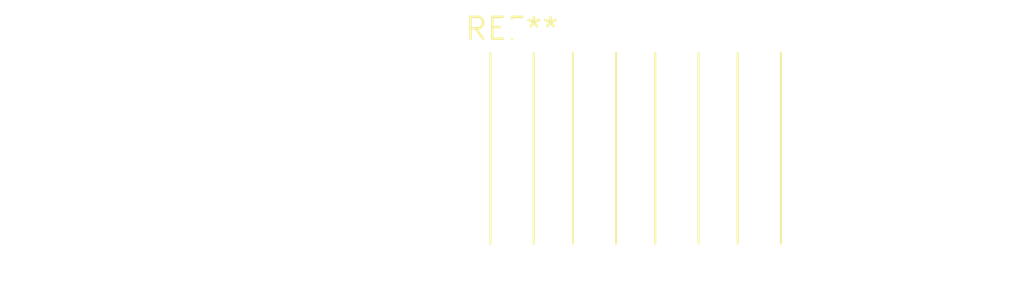
<source format=kicad_pcb>
(kicad_pcb (version 20240108) (generator pcbnew)
  (layers (0 "F.Cu" signal) (31 "B.Cu" signal) (34 "B.Paste" user) (35 "F.Paste" user) (36 "B.SilkS" user "B.Silkscreen") (37 "F.SilkS" user "F.Silkscreen") (38 "B.Mask" user) (39 "F.Mask" user) (44 "Edge.Cuts" user))
  (net 0 "")
  (footprint "SolderWire-0.5sqmm_1x04_P4.8mm_D0.9mm_OD2.3mm_Relief" (layer "F.Cu") (at 0 0)
    (property "Reference" "REF**")
    (property "Value" "SolderWire-0.5sqmm_1x04_P4.8mm_D0.9mm_OD2.3mm_Relief")
    (fp_line (start -1.26 1.41) (end -1.26 12.54) (layer "F.SilkS") (stroke (width 0.12)))
    (fp_line (start 1.26 1.41) (end 1.26 12.54) (layer "F.SilkS") (stroke (width 0.12)))
    (fp_line (start 3.54 1.41) (end 3.54 12.54) (layer "F.SilkS") (stroke (width 0.12)))
    (fp_line (start 6.06 1.41) (end 6.06 12.54) (layer "F.SilkS") (stroke (width 0.12)))
    (fp_line (start 8.34 1.41) (end 8.34 12.54) (layer "F.SilkS") (stroke (width 0.12)))
    (fp_line (start 10.86 1.41) (end 10.86 12.54) (layer "F.SilkS") (stroke (width 0.12)))
    (fp_line (start 13.14 1.41) (end 13.14 12.54) (layer "F.SilkS") (stroke (width 0.12)))
    (fp_line (start 15.66 1.41) (end 15.66 12.54) (layer "F.SilkS") (stroke (width 0.12)))
    (pad "" np_thru_hole circle (at 0 13.8) (size 2.8 2.8) (drill 2.8) (layers *.Cu *.Mask))
    (pad "" np_thru_hole circle (at 4.8 13.8) (size 2.8 2.8) (drill 2.8) (layers *.Cu *.Mask))
    (pad "" np_thru_hole circle (at 9.6 13.8) (size 2.8 2.8) (drill 2.8) (layers *.Cu *.Mask))
    (pad "" np_thru_hole circle (at 14.4 13.8) (size 2.8 2.8) (drill 2.8) (layers *.Cu *.Mask))
    (pad "1" thru_hole roundrect (at 0 0) (size 2.3 2.3) (drill 1.1) (layers *.Cu *.Mask) (remove_unused_layers) (roundrect_rratio 0.108696))
    (pad "2" thru_hole circle (at 4.8 0) (size 2.3 2.3) (drill 1.1) (layers *.Cu *.Mask) (remove_unused_layers))
    (pad "3" thru_hole circle (at 9.6 0) (size 2.3 2.3) (drill 1.1) (layers *.Cu *.Mask) (remove_unused_layers))
    (pad "4" thru_hole circle (at 14.4 0) (size 2.3 2.3) (drill 1.1) (layers *.Cu *.Mask) (remove_unused_layers))
  )
)
</source>
